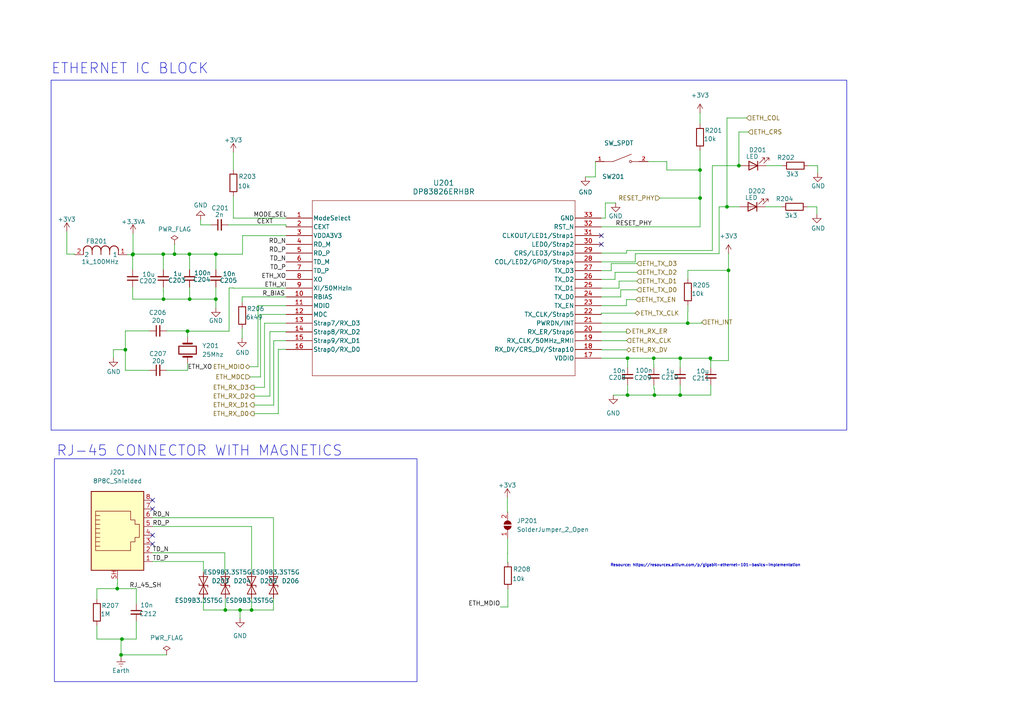
<source format=kicad_sch>
(kicad_sch (version 20231120) (generator "eeschema") (generator_version "8.0")
  (paper "A4")
  (title_block (title "Mixed Signal Board Project") (date "2024-06-24") (rev "V1.0") (company "open source") (comment 1 "this project for learning purposes"))
  (lib_symbols
    (symbol "2024-06-25_10-57-20:DP83826ERHBR" (pin_names (offset 0.254))
      (property "Reference" "U201" (at 45.72 10.2054 0))
      (property "Value" "DP83826ERHBR" (at 45.72 7.6654 0))
      (symbol "DP83826ERHBR_0_1"
        (polyline (pts (xy 7.62 -45.72) (xy 83.82 -45.72)) (stroke (width 0.127)))
        (polyline (pts (xy 7.62 5.08) (xy 7.62 -45.72)) (stroke (width 0.127)))
        (polyline (pts (xy 83.82 -45.72) (xy 83.82 5.08)) (stroke (width 0.127)))
        (polyline (pts (xy 83.82 5.08) (xy 7.62 5.08)) (stroke (width 0.127)))
        (pin unspecified line (at 0 0 0) (length 7.62) (name "ModeSelect") (number "1"))
        (pin unspecified line (at 0 -22.86 0) (length 7.62) (name "RBIAS") (number "10"))
        (pin unspecified line (at 0 -25.4 0) (length 7.62) (name "MDIO") (number "11"))
        (pin unspecified line (at 0 -27.94 0) (length 7.62) (name "MDC") (number "12"))
        (pin bidirectional line (at 0 -30.48 0) (length 7.62) (name "Strap7/RX_D3") (number "13"))
        (pin bidirectional line (at 0 -33.02 0) (length 7.62) (name "Strap8/RX_D2") (number "14"))
        (pin bidirectional line (at 0 -35.56 0) (length 7.62) (name "Strap9/RX_D1") (number "15"))
        (pin bidirectional line (at 0 -38.1 0) (length 7.62) (name "Strap0/RX_D0") (number "16"))
        (pin power_in line (at 91.44 -40.64 180) (length 7.62) (name "VDDIO") (number "17"))
        (pin unspecified line (at 91.44 -38.1 180) (length 7.62) (name "RX_DV/CRS_DV/Strap10") (number "18"))
        (pin unspecified line (at 91.44 -35.56 180) (length 7.62) (name "RX_CLK/50MHz_RMII") (number "19"))
        (pin unspecified line (at 0 -2.54 0) (length 7.62) (name "CEXT") (number "2"))
        (pin unspecified line (at 91.44 -33.02 180) (length 7.62) (name "RX_ER/Strap6") (number "20"))
        (pin unspecified line (at 91.44 -30.48 180) (length 7.62) (name "PWRDN/INT") (number "21"))
        (pin unspecified line (at 91.44 -27.94 180) (length 7.62) (name "TX_CLK/Strap5") (number "22"))
        (pin unspecified line (at 91.44 -25.4 180) (length 7.62) (name "TX_EN") (number "23"))
        (pin bidirectional line (at 91.44 -22.86 180) (length 7.62) (name "TX_D0") (number "24"))
        (pin bidirectional line (at 91.44 -20.32 180) (length 7.62) (name "TX_D1") (number "25"))
        (pin bidirectional line (at 91.44 -17.78 180) (length 7.62) (name "TX_D2") (number "26"))
        (pin bidirectional line (at 91.44 -15.24 180) (length 7.62) (name "TX_D3") (number "27"))
        (pin bidirectional line (at 91.44 -12.7 180) (length 7.62) (name "COL/LED2/GPIO/Strap4") (number "28"))
        (pin bidirectional line (at 91.44 -10.16 180) (length 7.62) (name "CRS/LED3/Strap3") (number "29"))
        (pin power_in line (at 0 -5.08 0) (length 7.62) (name "VDDA3V3") (number "3"))
        (pin bidirectional line (at 91.44 -7.62 180) (length 7.62) (name "LED0/Strap2") (number "30"))
        (pin bidirectional line (at 91.44 -5.08 180) (length 7.62) (name "CLKOUT/LED1/Strap1") (number "31"))
        (pin unspecified line (at 91.44 -2.54 180) (length 7.62) (name "RST_N") (number "32"))
        (pin unspecified line (at 0 -7.62 0) (length 7.62) (name "RD_M") (number "4"))
        (pin unspecified line (at 0 -10.16 0) (length 7.62) (name "RD_P") (number "5"))
        (pin unspecified line (at 0 -12.7 0) (length 7.62) (name "TD_M") (number "6"))
        (pin unspecified line (at 0 -15.24 0) (length 7.62) (name "TD_P") (number "7"))
        (pin unspecified line (at 0 -17.78 0) (length 7.62) (name "XO") (number "8"))
        (pin unspecified line (at 0 -20.32 0) (length 7.62) (name "XI/50MHzIn") (number "9"))
      )
      (symbol "DP83826ERHBR_1_1"
        (pin passive line (at 91.44 0 180) (length 7.62) (name "GND") (number "33"))
      )
    )
    (symbol "Connector:8P8C_Shielded" (pin_names (offset 1.016))
      (property "Reference" "J" (at -5.08 13.97 0))
      (property "Value" "8P8C_Shielded" (at 2.54 13.97 0))
      (symbol "8P8C_Shielded_0_1"
        (polyline (pts (xy -5.08 4.445) (xy -6.35 4.445)))
        (polyline (pts (xy -5.08 5.715) (xy -6.35 5.715)))
        (polyline (pts (xy -6.35 -3.175) (xy -5.08 -3.175) (xy -5.08 -3.175)))
        (polyline (pts (xy -6.35 -1.905) (xy -5.08 -1.905) (xy -5.08 -1.905)))
        (polyline (pts (xy -6.35 -0.635) (xy -5.08 -0.635) (xy -5.08 -0.635)))
        (polyline (pts (xy -6.35 0.635) (xy -5.08 0.635) (xy -5.08 0.635)))
        (polyline (pts (xy -6.35 1.905) (xy -5.08 1.905) (xy -5.08 1.905)))
        (polyline (pts (xy -5.08 3.175) (xy -6.35 3.175) (xy -6.35 3.175)))
        (polyline (pts (xy -6.35 -4.445) (xy -6.35 6.985) (xy 3.81 6.985) (xy 3.81 4.445) (xy 5.08 4.445) (xy 5.08 3.175) (xy 6.35 3.175) (xy 6.35 -0.635) (xy 5.08 -0.635) (xy 5.08 -1.905) (xy 3.81 -1.905) (xy 3.81 -4.445) (xy -6.35 -4.445) (xy -6.35 -4.445)))
        (rectangle (start 7.62 12.7) (end -7.62 -10.16) (stroke (width 0.254)) (fill (type background)))
      )
      (symbol "8P8C_Shielded_1_1"
        (pin passive line (at 10.16 -7.62 180) (length 2.54) (name "~") (number "1"))
        (pin passive line (at 10.16 -5.08 180) (length 2.54) (name "~") (number "2"))
        (pin passive line (at 10.16 -2.54 180) (length 2.54) (name "~") (number "3"))
        (pin passive line (at 10.16 0 180) (length 2.54) (name "~") (number "4"))
        (pin passive line (at 10.16 2.54 180) (length 2.54) (name "~") (number "5"))
        (pin passive line (at 10.16 5.08 180) (length 2.54) (name "~") (number "6"))
        (pin passive line (at 10.16 7.62 180) (length 2.54) (name "~") (number "7"))
        (pin passive line (at 10.16 10.16 180) (length 2.54) (name "~") (number "8"))
        (pin passive line (at 0 -12.7 90) (length 2.54) (name "~") (number "SH"))
      )
    )
    (symbol "Device:C_Small" (pin_numbers hide) (pin_names (offset 0.254) hide)
      (property "Reference" "C" (at 0.254 1.778 0))
      (property "Value" "C_Small" (at 0.254 -2.032 0))
      (symbol "C_Small_0_1"
        (polyline (pts (xy -1.524 -0.508) (xy 1.524 -0.508)) (stroke (width 0.3302)))
        (polyline (pts (xy -1.524 0.508) (xy 1.524 0.508)) (stroke (width 0.3048)))
      )
      (symbol "C_Small_1_1"
        (pin passive line (at 0 2.54 270) (length 2.032) (name "~") (number "1"))
        (pin passive line (at 0 -2.54 90) (length 2.032) (name "~") (number "2"))
      )
    )
    (symbol "Device:Crystal" (pin_numbers hide) (pin_names (offset 1.016) hide)
      (property "Reference" "Y" (at 0 3.81 0))
      (property "Value" "Crystal" (at 0 -3.81 0))
      (symbol "Crystal_0_1"
        (rectangle (start -1.143 2.54) (end 1.143 -2.54) (stroke (width 0.3048)))
        (polyline (pts (xy -2.54 0) (xy -1.905 0)))
        (polyline (pts (xy -1.905 -1.27) (xy -1.905 1.27)) (stroke (width 0.508)))
        (polyline (pts (xy 1.905 -1.27) (xy 1.905 1.27)) (stroke (width 0.508)))
        (polyline (pts (xy 2.54 0) (xy 1.905 0)))
      )
      (symbol "Crystal_1_1"
        (pin passive line (at -3.81 0 0) (length 1.27) (name "1") (number "1"))
        (pin passive line (at 3.81 0 180) (length 1.27) (name "2") (number "2"))
      )
    )
    (symbol "Device:LED" (pin_numbers hide) (pin_names (offset 1.016) hide)
      (property "Reference" "D" (at 0 2.54 0))
      (property "Value" "LED" (at 0 -2.54 0))
      (symbol "LED_0_1"
        (polyline (pts (xy -1.27 -1.27) (xy -1.27 1.27)) (stroke (width 0.254)))
        (polyline (pts (xy -1.27 0) (xy 1.27 0)))
        (polyline (pts (xy 1.27 -1.27) (xy 1.27 1.27) (xy -1.27 0) (xy 1.27 -1.27)) (stroke (width 0.254)))
        (polyline (pts (xy -3.048 -0.762) (xy -4.572 -2.286) (xy -3.81 -2.286) (xy -4.572 -2.286) (xy -4.572 -1.524)))
        (polyline (pts (xy -1.778 -0.762) (xy -3.302 -2.286) (xy -2.54 -2.286) (xy -3.302 -2.286) (xy -3.302 -1.524)))
      )
      (symbol "LED_1_1"
        (pin passive line (at -3.81 0 0) (length 2.54) (name "K") (number "1"))
        (pin passive line (at 3.81 0 180) (length 2.54) (name "A") (number "2"))
      )
    )
    (symbol "Device:R" (pin_numbers hide) (pin_names (offset 0))
      (property "Reference" "R" (at 2.032 0 90))
      (property "Value" "R" (at 0 0 90))
      (symbol "R_0_1"
        (rectangle (start -1.016 -2.54) (end 1.016 2.54) (stroke (width 0.254)))
      )
      (symbol "R_1_1"
        (pin passive line (at 0 3.81 270) (length 1.27) (name "~") (number "1"))
        (pin passive line (at 0 -3.81 90) (length 1.27) (name "~") (number "2"))
      )
    )
    (symbol "Diode:ESD9B3.3ST5G" (pin_numbers hide) (pin_names (offset 1.016) hide)
      (property "Reference" "D" (at 0 2.54 0))
      (property "Value" "ESD9B3.3ST5G" (at 0 -2.54 0))
      (symbol "ESD9B3.3ST5G_0_1"
        (polyline (pts (xy 1.27 0) (xy -1.27 0)))
        (polyline (pts (xy -2.54 -1.27) (xy 0 0) (xy -2.54 1.27) (xy -2.54 -1.27)) (stroke (width 0.2032)))
        (polyline (pts (xy 0.508 1.27) (xy 0 1.27) (xy 0 -1.27) (xy -0.508 -1.27)) (stroke (width 0.2032)))
        (polyline (pts (xy 2.54 1.27) (xy 2.54 -1.27) (xy 0 0) (xy 2.54 1.27)) (stroke (width 0.2032)))
      )
      (symbol "ESD9B3.3ST5G_1_1"
        (pin passive line (at -3.81 0 0) (length 2.54) (name "A1") (number "1"))
        (pin passive line (at 3.81 0 180) (length 2.54) (name "A2") (number "2"))
      )
    )
    (symbol "Jumper:SolderJumper_2_Open" (pin_names (offset 0) hide)
      (property "Reference" "JP" (at 0 2.032 0))
      (property "Value" "SolderJumper_2_Open" (at 0 -2.54 0))
      (symbol "SolderJumper_2_Open_0_1"
        (arc (start -0.254 1.016) (mid -1.2656 0) (end -0.254 -1.016))
        (arc (start -0.254 1.016) (mid -1.2656 0) (end -0.254 -1.016) (fill (type outline)))
        (polyline (pts (xy -0.254 1.016) (xy -0.254 -1.016)))
        (polyline (pts (xy 0.254 1.016) (xy 0.254 -1.016)))
        (arc (start 0.254 -1.016) (mid 1.2656 0) (end 0.254 1.016))
        (arc (start 0.254 -1.016) (mid 1.2656 0) (end 0.254 1.016) (fill (type outline)))
      )
      (symbol "SolderJumper_2_Open_1_1"
        (pin passive line (at -3.81 0 0) (length 2.54) (name "A") (number "1"))
        (pin passive line (at 3.81 0 180) (length 2.54) (name "B") (number "2"))
      )
    )
    (symbol "MPZ1608B471ATA00:MPZ1608B471ATA00" (pin_names (offset 0.254))
      (property "Reference" "L" (at 6.985 5.08 0))
      (property "Value" "MPZ1608B471ATA00" (at 6.985 -2.54 0))
      (symbol "MPZ1608B471ATA00_1_1"
        (polyline (pts (xy 2.54 0) (xy 2.54 1.27)) (stroke (width 0.2032)))
        (polyline (pts (xy 5.08 0) (xy 5.08 1.27)) (stroke (width 0.2032)))
        (polyline (pts (xy 7.62 0) (xy 7.62 1.27)) (stroke (width 0.2032)))
        (polyline (pts (xy 10.16 0) (xy 10.16 1.27)) (stroke (width 0.2032)))
        (polyline (pts (xy 12.7 0) (xy 12.7 1.27)) (stroke (width 0.2032)))
        (arc (start 5.08 1.27) (mid 3.81 2.5344) (end 2.54 1.27) (stroke (width 0.254)))
        (arc (start 7.62 1.27) (mid 6.35 2.5344) (end 5.08 1.27) (stroke (width 0.254)))
        (arc (start 10.16 1.27) (mid 8.89 2.5344) (end 7.62 1.27) (stroke (width 0.254)))
        (arc (start 12.7 1.27) (mid 11.43 2.5344) (end 10.16 1.27) (stroke (width 0.254)))
        (pin unspecified line (at 15.24 0 180) (length 2.54) (name "1") (number "1"))
        (pin unspecified line (at 0 0 0) (length 2.54) (name "2") (number "2"))
      )
      (symbol "MPZ1608B471ATA00_1_2"
        (arc (start -1.27 5.08) (mid -2.5344 3.81) (end -1.27 2.54) (stroke (width 0.254)))
        (arc (start -1.27 7.62) (mid -2.5344 6.35) (end -1.27 5.08) (stroke (width 0.254)))
        (arc (start -1.27 10.16) (mid -2.5344 8.89) (end -1.27 7.62) (stroke (width 0.254)))
        (arc (start -1.27 12.7) (mid -2.5344 11.43) (end -1.27 10.16) (stroke (width 0.254)))
        (polyline (pts (xy 0 2.54) (xy -1.27 2.54)) (stroke (width 0.2032)))
        (polyline (pts (xy 0 5.08) (xy -1.27 5.08)) (stroke (width 0.2032)))
        (polyline (pts (xy 0 7.62) (xy -1.27 7.62)) (stroke (width 0.2032)))
        (polyline (pts (xy 0 10.16) (xy -1.27 10.16)) (stroke (width 0.2032)))
        (polyline (pts (xy 0 12.7) (xy -1.27 12.7)) (stroke (width 0.2032)))
        (pin unspecified line (at 0 15.24 270) (length 2.54) (name "1") (number "1"))
        (pin unspecified line (at 0 0 90) (length 2.54) (name "2") (number "2"))
      )
    )
    (symbol "PTS636_SM43J_SMTR_LFS:PTS636_SM43J_SMTR_LFS" (pin_names (offset 1.016))
      (property "Reference" "S" (at -2.54 2.54 0))
      (property "Value" "PTS636_SM43J_SMTR_LFS" (at -2.54 -2.54 0))
      (symbol "PTS636_SM43J_SMTR_LFS_0_0"
        (polyline (pts (xy -2.54 0) (xy -5.08 0)) (stroke (width 0.1524)))
        (polyline (pts (xy -2.54 0) (xy 2.794 2.1336)) (stroke (width 0.1524)))
        (polyline (pts (xy 5.08 0) (xy 2.921 0)) (stroke (width 0.1524)))
        (circle (center 2.54 0) (radius 0.3302) (stroke (width 0.1524)))
        (pin passive line (at -7.62 0 0) (length 2.54) (name "~") (number "1"))
        (pin passive line (at 7.62 0 180) (length 2.54) (name "~") (number "2"))
      )
    )
    (symbol "power:+3.3VA" (power) (pin_names (offset 0))
      (property "Value" "+3.3VA" (at 0 3.556 0))
      (symbol "+3.3VA_0_1"
        (polyline (pts (xy -0.762 1.27) (xy 0 2.54)))
        (polyline (pts (xy 0 0) (xy 0 2.54)))
        (polyline (pts (xy 0 2.54) (xy 0.762 1.27)))
      )
      (symbol "+3.3VA_1_1"
        (pin power_in line (at 0 0 90) (length 0) hide (name "+3.3VA") (number "1"))
      )
    )
    (symbol "power:+3V3" (power) (pin_names (offset 0))
      (property "Value" "+3V3" (at 0 3.556 0))
      (symbol "+3V3_0_1"
        (polyline (pts (xy -0.762 1.27) (xy 0 2.54)))
        (polyline (pts (xy 0 0) (xy 0 2.54)))
        (polyline (pts (xy 0 2.54) (xy 0.762 1.27)))
      )
      (symbol "+3V3_1_1"
        (pin power_in line (at 0 0 90) (length 0) hide (name "+3V3") (number "1"))
      )
    )
    (symbol "power:Earth" (power) (pin_names (offset 0))
      (symbol "Earth_0_1"
        (polyline (pts (xy -0.635 -1.905) (xy 0.635 -1.905)))
        (polyline (pts (xy -0.127 -2.54) (xy 0.127 -2.54)))
        (polyline (pts (xy 0 -1.27) (xy 0 0)))
        (polyline (pts (xy 1.27 -1.27) (xy -1.27 -1.27)))
      )
      (symbol "Earth_1_1"
        (pin power_in line (at 0 0 270) (length 0) hide (name "Earth") (number "1"))
      )
    )
    (symbol "power:GND" (power) (pin_names (offset 0))
      (property "Value" "GND" (at 0 -3.81 0))
      (symbol "GND_0_1"
        (polyline (pts (xy 0 0) (xy 0 -1.27) (xy 1.27 -1.27) (xy 0 -2.54) (xy -1.27 -1.27) (xy 0 -1.27)))
      )
      (symbol "GND_1_1"
        (pin power_in line (at 0 0 270) (length 0) hide (name "GND") (number "1"))
      )
    )
    (symbol "power:PWR_FLAG" (power) (pin_numbers hide) (pin_names (offset 0) hide)
      (property "Value" "PWR_FLAG" (at 0 3.81 0))
      (symbol "PWR_FLAG_0_0"
        (pin power_out line (at 0 0 90) (length 0) (name "pwr") (number "1"))
      )
      (symbol "PWR_FLAG_0_1"
        (polyline (pts (xy 0 0) (xy 0 1.27) (xy -1.016 1.905) (xy 0 2.54) (xy 1.016 1.905) (xy 0 1.27)))
      )
    )
  )
  (junction (at 55.015 86.7644))
  (junction (at 189.6101 103.8961))
  (junction (at 203.0555 57.4437))
  (junction (at 34.0164 170.7292))
  (junction (at 47.3459 73.7123))
  (junction (at 38.5867 73.7123))
  (junction (at 38.4771 73.866))
  (junction (at 182.014 103.8961))
  (junction (at 189.8234 114.5967))
  (junction (at 36.3597 101.4333))
  (junction (at 50.6235 73.7123))
  (junction (at 35.3715 185.3545))
  (junction (at 197.272 114.5967))
  (junction (at 62.6071 86.7644))
  (junction (at 214.3104 48.0581))
  (junction (at 182.014 114.5967))
  (junction (at 199.4721 93.7361))
  (junction (at 197.2914 103.8961))
  (junction (at 62.6071 73.7274))
  (junction (at 47.4197 86.7644))
  (junction (at 54.4056 96.0488))
  (junction (at 72.9688 176.9368))
  (junction (at 203.0396 49.3098))
  (junction (at 69.6246 176.9368))
  (junction (at 35.109 189.9388))
  (junction (at 65.3526 176.9368))
  (junction (at 54.9413 73.7123))
  (junction (at 210.8555 59.9843))
  (junction (at 206.0397 103.8961))
  (junction (at 211.2928 78.4227))
  (no_connect (at 174.4123 68.3361))
  (no_connect (at 174.4123 70.8761))
  (no_connect (at 44.2362 147.6234))
  (no_connect (at 44.2362 155.2434))
  (no_connect (at 44.2362 157.7834))
  (no_connect (at 44.2362 145.0834))
  (wire (pts (xy 206.6087 48.0581) (xy 206.6087 72.6581)))
  (wire (pts (xy 73.7166 117.498) (xy 73.7166 117.4343)))
  (wire (pts (xy 197.2914 104.8972) (xy 197.2914 103.8961)))
  (wire (pts (xy 36.3597 101.4333) (xy 36.3597 107.4057)))
  (wire (pts (xy 181.7052 88.6561) (xy 174.4123 88.6561)))
  (wire (pts (xy 65.3526 176.9368) (xy 69.6246 176.9368)))
  (wire (pts (xy 199.4721 93.7361) (xy 203.5261 93.7361)))
  (wire (pts (xy 28.0967 185.3545) (xy 35.3715 185.3545)))
  (wire (pts (xy 67.6933 56.8607) (xy 67.6933 63.2561)))
  (wire (pts (xy 234.4928 48.0581) (xy 237.173 48.0581)))
  (wire (pts (xy 179.5545 83.5761) (xy 174.4123 83.5761)))
  (wire (pts (xy 65.3545 173.5765) (xy 65.3545 176.5271)))
  (wire (pts (xy 184.2557 73.5762) (xy 208.5726 73.5762)))
  (wire (pts (xy 82.9723 65.2187) (xy 82.9723 65.7961)))
  (wire (pts (xy 69.6246 176.9368) (xy 69.6246 179.3437)))
  (wire (pts (xy 62.6071 73.7274) (xy 62.6071 78.2232)))
  (wire (pts (xy 54.9413 74.8921) (xy 54.9413 73.7123)))
  (wire (pts (xy 216.5459 34.2175) (xy 210.8555 34.2175)))
  (wire (pts (xy 59.0045 173.5765) (xy 59.0045 176.9368)))
  (wire (pts (xy 181.7473 101.4667) (xy 174.4123 101.4667)))
  (wire (pts (xy 174.4123 75.9561) (xy 184.2557 75.9561)))
  (wire (pts (xy 55.015 86.7644) (xy 62.6071 86.7644)))
  (wire (pts (xy 182.032 106.5998) (xy 182.032 104.8972)))
  (wire (pts (xy 181.7282 96.2761) (xy 181.7282 96.0799)))
  (wire (pts (xy 74.8227 88.6561) (xy 82.9723 88.6561)))
  (wire (pts (xy 66.2367 65.2187) (xy 82.9723 65.2187)))
  (wire (pts (xy 181.7432 72.6581) (xy 181.7432 73.4161)))
  (wire (pts (xy 147.3112 170.7529) (xy 147.3112 176.0455)))
  (wire (pts (xy 197.2914 103.8961) (xy 206.0397 103.8961)))
  (wire (pts (xy 50.6235 73.7123) (xy 54.9413 73.7123)))
  (wire (pts (xy 179.5545 81.5266) (xy 179.5545 83.5761)))
  (wire (pts (xy 189.6101 103.8961) (xy 197.2914 103.8961)))
  (wire (pts (xy 197.272 114.5967) (xy 206.162 114.5967)))
  (wire (pts (xy 203.0396 49.3098) (xy 203.0555 49.3098)))
  (wire (pts (xy 197.272 111.6798) (xy 197.272 114.5967)))
  (wire (pts (xy 189.8234 112.7493) (xy 189.8234 114.5967)))
  (wire (pts (xy 69.6246 176.9368) (xy 72.9688 176.9368)))
  (wire (pts (xy 43.2995 95.9757) (xy 36.3597 95.9757)))
  (wire (pts (xy 210.8555 34.2175) (xy 210.8555 59.9843)))
  (wire (pts (xy 208.5726 59.9843) (xy 210.8555 59.9843)))
  (wire (pts (xy 35.109 185.4624) (xy 35.109 189.9388)))
  (wire (pts (xy 48.332 189.9388) (xy 35.109 189.9388)))
  (wire (pts (xy 47.4197 84.4785) (xy 47.4197 86.7644)))
  (wire (pts (xy 50.6235 70.8758) (xy 50.6235 73.7123)))
  (wire (pts (xy 80.7127 119.9743) (xy 73.7166 119.9743)))
  (wire (pts (xy 174.4123 101.4667) (xy 174.4123 101.3561)))
  (wire (pts (xy 72.9745 165.9565) (xy 72.9745 152.7034)))
  (wire (pts (xy 206.162 103.8961) (xy 206.162 106.5998)))
  (wire (pts (xy 58.1893 65.2187) (xy 58.1893 63.7189)))
  (wire (pts (xy 237.173 48.0581) (xy 237.173 50.1818)))
  (wire (pts (xy 189.652 105.836) (xy 189.6101 105.836)))
  (wire (pts (xy 184.7163 81.5266) (xy 179.5545 81.5266)))
  (wire (pts (xy 181.7052 86.8934) (xy 181.7052 88.6561)))
  (wire (pts (xy 199.5148 80.8668) (xy 199.5148 78.4227)))
  (wire (pts (xy 79.3969 117.498) (xy 73.7166 117.498)))
  (wire (pts (xy 35.109 189.9388) (xy 35.109 190.6874)))
  (wire (pts (xy 54.4056 95.9757) (xy 54.4056 96.0488)))
  (wire (pts (xy 34.0164 169.3158) (xy 34.0164 170.7292)))
  (wire (pts (xy 184.4091 86.8934) (xy 181.7052 86.8934)))
  (wire (pts (xy 181.7282 98.8161) (xy 181.7282 98.7683)))
  (wire (pts (xy 193.4012 46.8577) (xy 193.4012 49.3098)))
  (wire (pts (xy 47.3459 74.8184) (xy 47.3459 73.7123)))
  (wire (pts (xy 70.2392 95.3198) (xy 70.2392 98.0828)))
  (wire (pts (xy 48.3795 95.9757) (xy 54.4056 95.9757)))
  (wire (pts (xy 19.3749 73.6975) (xy 21.6528 73.6975)))
  (wire (pts (xy 178.3869 81.0361) (xy 174.4123 81.0361)))
  (wire (pts (xy 79.3245 150.1634) (xy 44.2362 150.1634)))
  (wire (pts (xy 72.9688 176.9368) (xy 79.3245 176.9368)))
  (wire (pts (xy 174.4123 98.8161) (xy 181.7282 98.8161)))
  (wire (pts (xy 54.9871 83.3032) (xy 54.9871 84.8472)))
  (wire (pts (xy 70.3501 68.3521) (xy 81.5787 68.3521)))
  (wire (pts (xy 197.272 104.8972) (xy 197.2914 104.8972)))
  (wire (pts (xy 65.3545 176.5271) (xy 65.3526 176.5271)))
  (wire (pts (xy 180.0461 84.0666) (xy 180.0461 86.1161)))
  (wire (pts (xy 147.1573 148.5169) (xy 147.2259 148.5169)))
  (wire (pts (xy 39.5267 170.7292) (xy 39.5267 175.067)))
  (wire (pts (xy 62.6071 86.7644) (xy 62.6071 89.326)))
  (wire (pts (xy 184.7163 76.4466) (xy 177.2808 76.4466)))
  (wire (pts (xy 28.0967 170.7292) (xy 34.0164 170.7292)))
  (wire (pts (xy 210.8555 59.9843) (xy 214.4256 59.9843)))
  (wire (pts (xy 48.3795 107.4057) (xy 54.4056 107.4057)))
  (wire (pts (xy 47.3671 78.2232) (xy 47.3671 74.8184)))
  (wire (pts (xy 203.0555 57.4437) (xy 203.0555 65.7961)))
  (wire (pts (xy 175.578 58.8758) (xy 178.5833 58.8758)))
  (wire (pts (xy 70.2392 98.0828) (xy 70.2044 98.0828)))
  (wire (pts (xy 35.3715 185.4624) (xy 35.3715 185.3545)))
  (wire (pts (xy 206.0397 104.5887) (xy 206.0397 103.8961)))
  (wire (pts (xy 38.5867 67.7353) (xy 38.5867 73.7123)))
  (wire (pts (xy 47.4197 86.7644) (xy 55.015 86.7644)))
  (wire (pts (xy 79.3245 165.9565) (xy 79.3245 150.1634)))
  (wire (pts (xy 80.7127 101.3174) (xy 80.7127 119.9743)))
  (wire (pts (xy 32.8939 103.7924) (xy 32.8939 101.4333)))
  (wire (pts (xy 189.652 112.7493) (xy 189.8234 112.7493)))
  (wire (pts (xy 47.3671 74.8184) (xy 47.3459 74.8184)))
  (wire (pts (xy 32.8939 101.4333) (xy 36.3597 101.4333)))
  (wire (pts (xy 203.0555 49.3098) (xy 203.0555 57.4437)))
  (wire (pts (xy 174.4123 96.2761) (xy 181.7282 96.2761)))
  (wire (pts (xy 36.8928 73.866) (xy 38.4771 73.866)))
  (wire (pts (xy 38.4771 73.866) (xy 38.4771 78.2232)))
  (wire (pts (xy 70.3501 68.3521) (xy 70.3501 73.7274)))
  (wire (pts (xy 81.5787 68.3361) (xy 82.9723 68.3361)))
  (wire (pts (xy 78.2886 114.8943) (xy 73.7166 114.8943)))
  (wire (pts (xy 184.2247 90.8262) (xy 174.4123 90.8262)))
  (wire (pts (xy 222.294 48.0581) (xy 226.8728 48.0581)))
  (wire (pts (xy 184.7163 84.0666) (xy 180.0461 84.0666)))
  (wire (pts (xy 34.0762 169.3158) (xy 34.0164 169.3158)))
  (wire (pts (xy 182.014 114.5967) (xy 177.8781 114.5967)))
  (wire (pts (xy 79.3969 98.8161) (xy 79.3969 117.498)))
  (wire (pts (xy 177.2808 76.4466) (xy 177.2808 78.4961)))
  (wire (pts (xy 54.9871 74.8921) (xy 54.9413 74.8921)))
  (wire (pts (xy 214.3104 48.0581) (xy 206.6087 48.0581)))
  (wire (pts (xy 67.7127 83.5213) (xy 66.4427 83.5213)))
  (wire (pts (xy 206.6087 72.6581) (xy 181.7432 72.6581)))
  (wire (pts (xy 38.4771 73.7123) (xy 38.4771 73.866)))
  (wire (pts (xy 73.7166 112.3475) (xy 76.7179 112.3475)))
  (wire (pts (xy 189.652 111.6798) (xy 189.652 112.7493)))
  (wire (pts (xy 234.2444 59.9843) (xy 236.9246 59.9843)))
  (wire (pts (xy 47.3671 83.3032) (xy 47.3671 84.4785)))
  (wire (pts (xy 177.2808 78.4961) (xy 174.4123 78.4961)))
  (wire (pts (xy 62.6071 83.3032) (xy 62.6071 86.7644)))
  (wire (pts (xy 35.3715 185.3545) (xy 39.5267 185.3545)))
  (wire (pts (xy 76.7179 112.3475) (xy 76.7179 93.7361)))
  (wire (pts (xy 182.014 113.0907) (xy 182.014 114.5967)))
  (wire (pts (xy 76.7179 93.7361) (xy 82.9723 93.7361)))
  (wire (pts (xy 193.4012 49.3098) (xy 203.0396 49.3098)))
  (wire (pts (xy 59.0045 176.9368) (xy 65.3526 176.9368)))
  (wire (pts (xy 189.8234 114.5967) (xy 182.014 114.5967)))
  (wire (pts (xy 206.162 111.6798) (xy 206.162 114.5967)))
  (wire (pts (xy 65.3526 176.5271) (xy 65.3526 176.9368)))
  (wire (pts (xy 211.2928 78.4227) (xy 211.2928 73.5558)))
  (wire (pts (xy 189.6101 105.836) (xy 189.6101 103.8961)))
  (wire (pts (xy 55.015 84.8472) (xy 55.015 86.7644)))
  (wire (pts (xy 82.9723 86.1161) (xy 70.2392 86.1161)))
  (wire (pts (xy 203.0396 43.6096) (xy 203.0396 49.3098)))
  (wire (pts (xy 172.7061 51.3078) (xy 169.791 51.3078)))
  (wire (pts (xy 72.463 106.3732) (xy 74.8227 106.3732)))
  (wire (pts (xy 36.3597 95.9757) (xy 36.3597 101.4333)))
  (wire (pts (xy 62.6071 73.7123) (xy 62.6071 73.7274)))
  (wire (pts (xy 211.2928 104.5887) (xy 206.0397 104.5887)))
  (wire (pts (xy 199.5148 88.4868) (xy 199.5148 90.4805)))
  (wire (pts (xy 199.5148 90.4805) (xy 199.4721 90.4805)))
  (wire (pts (xy 175.578 63.2561) (xy 175.578 58.8758)))
  (wire (pts (xy 34.0164 170.7292) (xy 39.5267 170.7292)))
  (wire (pts (xy 54.9871 78.2232) (xy 54.9871 74.8921)))
  (wire (pts (xy 38.5867 73.7123) (xy 47.3459 73.7123)))
  (wire (pts (xy 36.3597 107.4057) (xy 43.2995 107.4057)))
  (wire (pts (xy 65.3545 165.9565) (xy 65.206 165.9565)))
  (wire (pts (xy 28.0967 173.797) (xy 28.0967 170.7292)))
  (wire (pts (xy 82.9723 96.2761) (xy 82.9723 96.1965)))
  (wire (pts (xy 211.2928 104.5887) (xy 211.2928 78.4227)))
  (wire (pts (xy 174.4123 103.8961) (xy 182.014 103.8961)))
  (wire (pts (xy 147.1957 160.5586) (xy 147.1957 163.1329)))
  (wire (pts (xy 82.9723 101.3174) (xy 80.7127 101.3174)))
  (wire (pts (xy 81.5787 68.3521) (xy 81.5787 68.3361)))
  (wire (pts (xy 236.9246 59.9843) (xy 236.9246 62.108)))
  (wire (pts (xy 47.3459 73.7123) (xy 50.6235 73.7123)))
  (wire (pts (xy 197.272 106.5998) (xy 197.272 104.8972)))
  (wire (pts (xy 72.9745 176.5864) (xy 72.9688 176.5864)))
  (wire (pts (xy 189.652 106.5998) (xy 189.652 105.836)))
  (wire (pts (xy 39.5267 185.3545) (xy 39.5267 180.147)))
  (wire (pts (xy 72.9688 176.5864) (xy 72.9688 176.9368)))
  (wire (pts (xy 208.5726 73.5762) (xy 208.5726 59.9843)))
  (wire (pts (xy 180.0461 86.1161) (xy 174.4123 86.1161)))
  (wire (pts (xy 174.4123 63.2561) (xy 175.578 63.2561)))
  (wire (pts (xy 21.6528 73.6975) (xy 21.6528 73.866)))
  (wire (pts (xy 47.3671 84.4785) (xy 47.4197 84.4785)))
  (wire (pts (xy 72.9745 173.5765) (xy 72.9745 176.5864)))
  (wire (pts (xy 184.7163 78.9866) (xy 178.3869 78.9866)))
  (wire (pts (xy 59.0045 162.8634) (xy 44.2362 162.8634)))
  (wire (pts (xy 67.6933 44.1607) (xy 67.6933 49.2407)))
  (wire (pts (xy 54.4056 107.4057) (xy 54.4056 105.3704)))
  (wire (pts (xy 66.4427 83.5213) (xy 66.4427 96.0488)))
  (wire (pts (xy 34.0762 167.9434) (xy 34.0762 169.3158)))
  (wire (pts (xy 172.7061 46.8577) (xy 172.7061 51.3078)))
  (wire (pts (xy 178.3869 78.9866) (xy 178.3869 81.0361)))
  (wire (pts (xy 182.032 111.6798) (xy 182.032 113.0907)))
  (wire (pts (xy 61.1567 65.2187) (xy 58.1893 65.2187)))
  (wire (pts (xy 203.0396 32.7254) (xy 203.0396 35.9896)))
  (wire (pts (xy 199.4721 90.4805) (xy 199.4721 93.7361)))
  (wire (pts (xy 181.7432 73.4161) (xy 174.4123 73.4161)))
  (wire (pts (xy 19.3749 73.6975) (xy 19.3749 67.1499)))
  (wire (pts (xy 147.1957 160.5586) (xy 147.2259 160.5586)))
  (wire (pts (xy 78.2886 96.1965) (xy 78.2886 114.8943)))
  (wire (pts (xy 147.1573 144.2788) (xy 147.1573 148.5169)))
  (wire (pts (xy 182.032 104.8972) (xy 182.014 104.8972)))
  (wire (pts (xy 147.3112 176.0455) (xy 145.0925 176.0455)))
  (wire (pts (xy 66.4427 96.0488) (xy 54.4056 96.0488)))
  (wire (pts (xy 147.1957 163.1329) (xy 147.3112 163.1329)))
  (wire (pts (xy 59.0045 165.9565) (xy 59.0045 162.8634)))
  (wire (pts (xy 38.4771 83.3032) (xy 38.4771 86.7644)))
  (wire (pts (xy 217.054 38.2821) (xy 214.3104 38.2821)))
  (wire (pts (xy 214.3104 38.2821) (xy 214.3104 48.0581)))
  (wire (pts (xy 189.8234 114.5967) (xy 197.272 114.5967)))
  (wire (pts (xy 147.2259 156.1369) (xy 147.2259 160.5586)))
  (wire (pts (xy 65.206 160.3234) (xy 44.2362 160.3234)))
  (wire (pts (xy 206.0397 103.8961) (xy 206.162 103.8961)))
  (wire (pts (xy 74.8227 106.3732) (xy 74.8227 88.6561)))
  (wire (pts (xy 182.032 113.0907) (xy 182.014 113.0907)))
  (wire (pts (xy 203.5261 93.7361) (xy 203.5261 93.4341)))
  (wire (pts (xy 72.5368 109.3228) (xy 75.5601 109.3228)))
  (wire (pts (xy 67.7127 83.5761) (xy 82.9723 83.5761)))
  (wire (pts (xy 187.9461 46.8577) (xy 193.4012 46.8577)))
  (wire (pts (xy 79.3245 176.9368) (xy 79.3245 173.5765)))
  (wire (pts (xy 82.9723 98.8161) (xy 79.3969 98.8161)))
  (wire (pts (xy 35.109 185.4624) (xy 35.3715 185.4624)))
  (wire (pts (xy 182.014 103.8961) (xy 189.6101 103.8961)))
  (wire (pts (xy 191.3558 57.4437) (xy 203.0555 57.4437)))
  (wire (pts (xy 65.206 165.9565) (xy 65.206 160.3234)))
  (wire (pts (xy 82.9723 101.3561) (xy 82.9723 101.3174)))
  (wire (pts (xy 70.2392 86.1161) (xy 70.2392 87.6998)))
  (wire (pts (xy 75.5601 91.1961) (xy 82.9723 91.1961)))
  (wire (pts (xy 184.2557 75.9561) (xy 184.2557 73.5762)))
  (wire (pts (xy 70.3501 73.7274) (xy 62.6071 73.7274)))
  (wire (pts (xy 28.0967 181.417) (xy 28.0967 185.3545)))
  (wire (pts (xy 54.9871 84.8472) (xy 55.015 84.8472)))
  (wire (pts (xy 82.9723 96.1965) (xy 78.2886 96.1965)))
  (wire (pts (xy 67.7127 83.5213) (xy 67.7127 83.5761)))
  (wire (pts (xy 174.4123 93.7361) (xy 199.4721 93.7361)))
  (wire (pts (xy 38.4771 73.7123) (xy 38.5867 73.7123)))
  (wire (pts (xy 44.2362 152.7034) (xy 72.9745 152.7034)))
  (wire (pts (xy 54.4056 96.0488) (xy 54.4056 97.7504)))
  (wire (pts (xy 174.4123 90.8262) (xy 174.4123 91.1961)))
  (wire (pts (xy 73.7166 112.3543) (xy 73.7166 112.3475)))
  (wire (pts (xy 214.674 48.0581) (xy 214.3104 48.0581)))
  (wire (pts (xy 182.014 104.8972) (xy 182.014 103.8961)))
  (wire (pts (xy 38.4771 86.7644) (xy 47.4197 86.7644)))
  (wire (pts (xy 54.9413 73.7123) (xy 62.6071 73.7123)))
  (wire (pts (xy 222.0456 59.9843) (xy 226.6244 59.9843)))
  (wire (pts (xy 75.5601 109.3228) (xy 75.5601 91.1961)))
  (wire (pts (xy 82.9723 63.2561) (xy 67.6933 63.2561)))
  (wire (pts (xy 199.5148 78.4227) (xy 211.2928 78.4227)))
  (wire (pts (xy 174.4123 65.7961) (xy 203.0555 65.7961)))
  (rectangle (start 15.7807 133.059) (end 120.9535 197.7034))
  (rectangle (start 14.8209 23.2549) (end 245.5981 124.7433))
  (text "ETHERNET IC BLOCK" (at 37.706 20.0073 0) (effects (font (size 3 3))))
  (text "Resource: https://resources.altium.com/p/gigabit-ethernet-101-basics-implementation" (at 204.6213 164.0392 0) (effects (font (size 0.8 0.8))))
  (text "RJ-45 CONNECTOR WITH MAGNETICS" (at 57.8647 130.8803 0) (effects (font (size 3 3))))
  (label "ETH_XI" (at 76.7108 83.5761 0))
  (label "TD_P" (at 82.9723 78.4961 180))
  (label "TD_N" (at 44.2362 160.3234 0))
  (label "CEXT" (at 74.4404 65.2187 0))
  (label "MODE_SEL" (at 73.5168 63.2561 0))
  (label "RD_P" (at 82.9723 73.4161 180))
  (label "ETH_MDIO" (at 145.0925 176.0455 180))
  (label "RD_N" (at 82.9723 70.8761 180))
  (label "ETH_XO" (at 54.4056 107.4057 0))
  (label "TD_P" (at 44.2362 162.8634 0))
  (label "RD_N" (at 44.2362 150.1634 0))
  (label "R_BIAS" (at 76.0682 86.1161 0))
  (label "ETH_XO" (at 82.9723 81.0361 180))
  (label "RD_P" (at 44.2362 152.7034 0))
  (label "RJ_45_SH" (at 37.531 170.7292 0))
  (label "RESET_PHY" (at 178.5002 65.7961 0))
  (label "TD_N" (at 82.9723 75.9561 180))
  (hierarchical_label "ETH_MDIO" (shape bidirectional) (at 72.463 106.3732 180))
  (hierarchical_label "ETH_RX_DV" (shape bidirectional) (at 181.7473 101.4667 0))
  (hierarchical_label "ETH_RX_ER" (shape output) (at 181.7282 96.0799 0))
  (hierarchical_label "ETH_COL" (shape input) (at 216.5459 34.2175 0))
  (hierarchical_label "ETH_TX_D3" (shape input) (at 184.7163 76.4466 0))
  (hierarchical_label "ETH_INT" (shape input) (at 203.5261 93.4341 0))
  (hierarchical_label "ETH_TX_D0" (shape input) (at 184.7163 84.0666 0))
  (hierarchical_label "ETH_RX_D3" (shape output) (at 73.7166 112.3543 180))
  (hierarchical_label "ETH_RX_D1" (shape output) (at 73.7166 117.4343 180))
  (hierarchical_label "ETH_TX_EN" (shape input) (at 184.4091 86.8934 0))
  (hierarchical_label "ETH_RX_D0" (shape output) (at 73.7166 119.9743 180))
  (hierarchical_label "ETH_RX_D2" (shape output) (at 73.7166 114.8943 180))
  (hierarchical_label "ETH_CRS" (shape input) (at 217.054 38.2821 0))
  (hierarchical_label "RESET_PHY" (shape input) (at 191.3558 57.4437 180))
  (hierarchical_label "ETH_TX_D1" (shape input) (at 184.7163 81.5266 0))
  (hierarchical_label "ETH_MDC" (shape input) (at 72.5368 109.3228 180))
  (hierarchical_label "ETH_TX_D2" (shape input) (at 184.7163 78.9866 0))
  (hierarchical_label "ETH_RX_CLK" (shape input) (at 181.7282 98.7683 0))
  (hierarchical_label "ETH_TX_CLK" (shape bidirectional) (at 184.2247 90.8262 0))
  (symbol (lib_id "power:+3V3") (at 203.0396 32.7254 0) (unit 1)
    (property "Reference" "#PWR0201" (effects (hide yes)))
    (property "Value" "+3V3" (at 203.0396 27.6454 0))
    (property "Description" "Power symbol creates a global label with name \"+3V3\"" (effects (hide yes)))
  )
  (symbol (lib_id "power:GND") (at 237.173 50.1818 0) (unit 1)
    (property "Reference" "#PWR0204" (effects (hide yes)))
    (property "Value" "GND" (at 237.2947 53.9599 0))
    (property "Description" "Power symbol creates a global label with name \"GND\" , ground" (effects (hide yes)))
  )
  (symbol (lib_id "Device:C_Small") (at 38.4771 80.7632 180) (unit 1)
    (property "Reference" "C202" (at 42.8851 81.4959 0))
    (property "Value" "10u" (at 43.1063 79.5786 0))
    (property "Footprint" "Capacitor_SMD:C_0805_2012Metric" (effects (hide yes)))
    (property "Description" "Unpolarized capacitor, small symbol" (effects (hide yes)))
  )
  (symbol (lib_id "Device:R") (at 28.0967 177.607 0) (unit 1)
    (property "Reference" "R207" (at 29.4356 175.6574 0) (effects (justify left)))
    (property "Value" "1M" (at 29.1407 178.0909 0) (effects (justify left)))
    (property "Footprint" "Resistor_SMD:R_0805_2012Metric_Pad1.20x1.40mm_HandSolder" (effects (hide yes)))
    (property "Description" "Resistor" (effects (hide yes)))
  )
  (symbol (lib_id "power:GND") (at 177.8781 114.5967 0) (unit 1)
    (property "Reference" "#PWR0213" (effects (hide yes)))
    (property "Value" "GND" (at 177.8781 119.8287 0))
    (property "Description" "Power symbol creates a global label with name \"GND\" , ground" (effects (hide yes)))
  )
  (symbol (lib_id "power:GND") (at 236.9246 62.108 0) (unit 1)
    (property "Reference" "#PWR0205" (effects (hide yes)))
    (property "Value" "GND" (at 237.2947 66.2206 0))
    (property "Description" "Power symbol creates a global label with name \"GND\" , ground" (effects (hide yes)))
  )
  (symbol (lib_id "Device:C_Small") (at 63.6967 65.2187 90) (unit 1)
    (property "Reference" "C201" (at 63.8442 60.3518 90))
    (property "Value" "2n" (at 63.623 62.2691 90))
    (property "Footprint" "Capacitor_SMD:C_0805_2012Metric" (effects (hide yes)))
    (property "Description" "Unpolarized capacitor, small symbol" (effects (hide yes)))
  )
  (symbol (lib_id "Device:Crystal") (at 54.4056 101.5604 90) (unit 1)
    (property "Reference" "Y201" (at 58.6167 100.2903 90) (effects (justify right)))
    (property "Value" "25Mhz " (at 58.6167 102.8303 90) (effects (justify right)))
    (property "Footprint" "Crystal:Crystal_SMD_HC49-SD" (effects (hide yes)))
    (property "Description" "Two pin crystal" (effects (hide yes)))
  )
  (symbol (lib_id "Diode:ESD9B3.3ST5G") (at 65.3545 169.7665 90) (unit 1)
    (property "Reference" "D204" (at 67.7253 168.4964 90) (effects (justify right)))
    (property "Value" "ESD9B3.3ST5G" (at 59.0045 165.9565 90) (effects (justify right)))
    (property "Footprint" "Diode_SMD:D_SOD-923" (effects (hide yes)))
    (property "Datasheet" "https://www.onsemi.com/pub/Collateral/ESD9B-D.PDF" (effects (hide yes)))
    (property "Description" "ESD protection diode, 3.3Vrwm, SOD-923" (effects (hide yes)))
  )
  (symbol (lib_id "PTS636_SM43J_SMTR_LFS:PTS636_SM43J_SMTR_LFS") (at 180.3261 46.8577 0) (unit 1)
    (property "Reference" "SW201" (at 181.1435 51.217 0) (effects (justify right)))
    (property "Value" "SW_SPDT" (at 183.7773 41.4993 0) (effects (justify right)))
    (property "Footprint" "Button_Switch_SMD:SW_SPST_B3U-1000P" (effects (hide yes)))
    (property "MF" "C&K" (effects (hide yes)))
    (property "MAXIMUM_PACKAGE_HEIGHT" "4.3 mm" (effects (hide yes)))
    (property "Package" "None" (effects (hide yes)))
    (property "Price" "None" (effects (hide yes)))
    (property "Check_prices" "https://www.snapeda.com/parts/PTS636%20SM43J%20SMTR%20LFS/C%2526K/view-part/?ref=eda" (effects (hide yes)))
    (property "STANDARD" "Manufacturer Recommendations" (effects (hide yes)))
    (property "PARTREV" "27 mar 19" (effects (hide yes)))
    (property "SnapEDA_Link" "https://www.snapeda.com/parts/PTS636%20SM43J%20SMTR%20LFS/C%2526K/view-part/?ref=snap" (effects (hide yes)))
    (property "MP" "PTS636 SM43J SMTR LFS" (effects (hide yes)))
    (property "Description_1" "\nTactile Switch SPST-NO Top Actuated Surface Mount\n" (effects (hide yes)))
    (property "Availability" "In Stock" (effects (hide yes)))
    (property "MANUFACTURER" "C&K" (effects (hide yes)))
  )
  (symbol (lib_id "power:+3V3") (at 19.3749 67.1499 0) (unit 1)
    (property "Reference" "#PWR0207" (effects (hide yes)))
    (property "Value" "+3V3" (at 19.3216 63.6165 0))
    (property "Description" "Power symbol creates a global label with name \"+3V3\"" (effects (hide yes)))
  )
  (symbol (lib_id "Device:R") (at 147.3112 166.9429 0) (unit 1)
    (property "Reference" "R208" (at 148.7869 165.0976 0) (effects (justify left)))
    (property "Value" "10k" (at 148.582 167.8629 0) (effects (justify left)))
    (property "Footprint" "Resistor_SMD:R_0805_2012Metric_Pad1.20x1.40mm_HandSolder" (effects (hide yes)))
    (property "Description" "Resistor" (effects (hide yes)))
  )
  (symbol (lib_id "Device:R") (at 230.6828 48.0581 90) (unit 1)
    (property "Reference" "R202" (at 230.4832 45.6953 90) (effects (justify left)))
    (property "Value" "3k3" (at 231.6639 50.5087 90) (effects (justify left)))
    (property "Footprint" "Resistor_SMD:R_0805_2012Metric_Pad1.20x1.40mm_HandSolder" (effects (hide yes)))
    (property "Description" "Resistor" (effects (hide yes)))
  )
  (symbol (lib_id "Device:C_Small") (at 45.8395 107.4057 90) (unit 1)
    (property "Reference" "C207" (at 45.7986 102.6125 90))
    (property "Value" "20p" (at 45.946 104.6773 90))
    (property "Footprint" "Capacitor_SMD:C_0805_2012Metric" (effects (hide yes)))
    (property "Description" "Unpolarized capacitor, small symbol" (effects (hide yes)))
  )
  (symbol (lib_id "power:Earth") (at 35.109 190.6874 0) (unit 1)
    (property "Reference" "#PWR0215" (effects (hide yes)))
    (property "Value" "Earth" (at 35.109 194.4974 0))
    (property "Description" "Power symbol creates a global label with name \"Earth\"" (effects (hide yes)))
  )
  (symbol (lib_id "power:+3V3") (at 147.1573 144.2788 0) (unit 1)
    (property "Reference" "#PWR0409" (effects (hide yes)))
    (property "Value" "+3V3" (at 147.104 140.7454 0))
    (property "Description" "Power symbol creates a global label with name \"+3V3\"" (effects (hide yes)))
  )
  (symbol (lib_id "power:PWR_FLAG") (at 48.332 189.9388 0) (unit 1)
    (property "Reference" "#FLG0401" (effects (hide yes)))
    (property "Value" "PWR_FLAG" (at 48.332 185.0065 0))
    (property "Description" "Special symbol for telling ERC where power comes from" (effects (hide yes)))
  )
  (symbol (lib_id "power:GND") (at 69.6246 179.3437 0) (unit 1)
    (property "Reference" "#PWR0214" (effects (hide yes)))
    (property "Value" "GND" (at 69.6246 184.4237 0))
    (property "Description" "Power symbol creates a global label with name \"GND\" , ground" (effects (hide yes)))
  )
  (symbol (lib_id "Device:C_Small") (at 206.162 109.1398 0) (unit 1)
    (property "Reference" "C211" (at 203.2658 109.6767 0))
    (property "Value" "10u" (at 203.8206 107.671 0))
    (property "Footprint" "Capacitor_SMD:C_0805_2012Metric" (effects (hide yes)))
    (property "Description" "Unpolarized capacitor, small symbol" (effects (hide yes)))
  )
  (symbol (lib_id "Device:LED") (at 218.2356 59.9843 180) (unit 1)
    (property "Reference" "D202" (at 219.5099 55.4187 0))
    (property "Value" "LED" (at 217.9121 57.3237 0))
    (property "Footprint" "LED_SMD:LED_0805_2012Metric" (effects (hide yes)))
    (property "Description" "Light emitting diode" (effects (hide yes)))
  )
  (symbol (lib_id "power:+3V3") (at 211.2928 73.5558 0) (unit 1)
    (property "Reference" "#PWR0209" (effects (hide yes)))
    (property "Value" "+3V3" (at 211.2928 68.4758 0))
    (property "Description" "Power symbol creates a global label with name \"+3V3\"" (effects (hide yes)))
  )
  (symbol (lib_id "Diode:ESD9B3.3ST5G") (at 79.3245 169.7665 90) (unit 1)
    (property "Reference" "D206" (at 81.6953 168.4964 90) (effects (justify right)))
    (property "Value" "ESD9B3.3ST5G" (at 72.9745 165.9565 90) (effects (justify right)))
    (property "Footprint" "Diode_SMD:D_SOD-923" (effects (hide yes)))
    (property "Datasheet" "https://www.onsemi.com/pub/Collateral/ESD9B-D.PDF" (effects (hide yes)))
    (property "Description" "ESD protection diode, 3.3Vrwm, SOD-923" (effects (hide yes)))
  )
  (symbol (lib_id "Device:R") (at 70.2392 91.5098 0) (unit 1)
    (property "Reference" "R206" (at 71.5781 89.5602 0) (effects (justify left)))
    (property "Value" "6k49" (at 71.2832 91.9937 0) (effects (justify left)))
    (property "Footprint" "Resistor_SMD:R_0805_2012Metric_Pad1.20x1.40mm_HandSolder" (effects (hide yes)))
    (property "Description" "Resistor" (effects (hide yes)))
  )
  (symbol (lib_id "Connector:8P8C_Shielded") (at 34.0762 155.2434 0) (unit 1)
    (property "Reference" "J201" (at 34.0762 136.967 0))
    (property "Value" "8P8C_Shielded" (at 34.0762 139.507 0))
    (property "Footprint" "Connector_RJ:RJ45_Amphenol_RJHSE538X" (effects (hide yes)))
    (property "Description" "RJ connector, 8P8C (8 positions 8 connected), RJ31/RJ32/RJ33/RJ34/RJ35/RJ41/RJ45/RJ49/RJ61, Shielded" (effects (hide yes)))
  )
  (symbol (lib_id "power:GND") (at 62.6071 89.326 0) (unit 1)
    (property "Reference" "#PWR0210" (effects (hide yes)))
    (property "Value" "GND" (at 62.6126 92.9933 0))
    (property "Description" "Power symbol creates a global label with name \"GND\" , ground" (effects (hide yes)))
  )
  (symbol (lib_id "Device:C_Small") (at 47.3671 80.7632 180) (unit 1)
    (property "Reference" "C203" (at 51.2944 81.3207 0))
    (property "Value" "1u" (at 51.5156 79.4034 0))
    (property "Footprint" "Capacitor_SMD:C_0805_2012Metric" (effects (hide yes)))
    (property "Description" "Unpolarized capacitor, small symbol" (effects (hide yes)))
  )
  (symbol (lib_id "Device:R") (at 203.0396 39.7996 0) (unit 1)
    (property "Reference" "R201" (at 204.3785 37.85 0) (effects (justify left)))
    (property "Value" "10k" (at 204.0836 40.2835 0) (effects (justify left)))
    (property "Footprint" "Resistor_SMD:R_0805_2012Metric_Pad1.20x1.40mm_HandSolder" (effects (hide yes)))
    (property "Description" "Resistor" (effects (hide yes)))
  )
  (symbol (lib_id "Device:LED") (at 218.484 48.0581 180) (unit 1)
    (property "Reference" "D201" (at 219.7583 43.4925 0))
    (property "Value" "LED" (at 218.1605 45.3975 0))
    (property "Footprint" "LED_SMD:LED_0805_2012Metric" (effects (hide yes)))
    (property "Description" "Light emitting diode" (effects (hide yes)))
  )
  (symbol (lib_id "Device:C_Small") (at 189.652 109.1398 0) (unit 1)
    (property "Reference" "C209" (at 186.4522 109.5487 0))
    (property "Value" "100n" (at 186.7509 107.4577 0))
    (property "Footprint" "Capacitor_SMD:C_0805_2012Metric" (effects (hide yes)))
    (property "Description" "Unpolarized capacitor, small symbol" (effects (hide yes)))
  )
  (symbol (lib_id "Device:C_Small") (at 197.272 109.1398 0) (unit 1)
    (property "Reference" "C210" (at 194.2616 109.4207 0))
    (property "Value" "1u" (at 194.3469 107.6284 0))
    (property "Footprint" "Capacitor_SMD:C_0805_2012Metric" (effects (hide yes)))
    (property "Description" "Unpolarized capacitor, small symbol" (effects (hide yes)))
  )
  (symbol (lib_id "Jumper:SolderJumper_2_Open") (at 147.2259 152.3269 90) (unit 1)
    (property "Reference" "JP201" (at 149.86 151.0568 90) (effects (justify right)))
    (property "Value" "SolderJumper_2_Open" (at 149.86 153.5968 90) (effects (justify right)))
    (property "Footprint" "Jumper:SolderJumper-2_P1.3mm_Open_RoundedPad1.0x1.5mm" (effects (hide yes)))
    (property "Description" "Solder Jumper, 2-pole, open" (effects (hide yes)))
  )
  (symbol (lib_id "power:GND") (at 70.2044 98.0828 0) (unit 1)
    (property "Reference" "#PWR0211" (effects (hide yes)))
    (property "Value" "GND" (at 70.3324 102.2649 0))
    (property "Description" "Power symbol creates a global label with name \"GND\" , ground" (effects (hide yes)))
  )
  (symbol (lib_id "power:GND") (at 178.5833 58.8758 0) (unit 1)
    (property "Reference" "#PWR0404" (effects (hide yes)))
    (property "Value" "GND" (at 178.5457 62.6699 0))
    (property "Description" "Power symbol creates a global label with name \"GND\" , ground" (effects (hide yes)))
  )
  (symbol (lib_id "MPZ1608B471ATA00:MPZ1608B471ATA00") (at 21.6528 73.866 0) (unit 1)
    (property "Reference" "FB201" (at 28.0199 69.9636 0))
    (property "Value" "1k_100MHz" (at 29.0468 75.9199 0))
    (property "Footprint" "footprints:IND_1608_TDK" (effects (hide yes)))
    (property "Datasheet" "MPZ1608B471ATA00" (effects (hide yes)))
    (property "Description" "Ferrite bead, small symbol" (effects (hide yes)))
  )
  (symbol (lib_id "Device:C_Small") (at 39.5267 177.607 0) (unit 1)
    (property "Reference" "C212" (at 42.9065 178.0372 0))
    (property "Value" "10n" (at 42.5378 175.5177 0))
    (property "Footprint" "Capacitor_THT:C_Disc_D3.8mm_W2.6mm_P2.50mm" (effects (hide yes)))
    (property "Description" "Unpolarized capacitor, small symbol" (effects (hide yes)))
  )
  (symbol (lib_id "Diode:ESD9B3.3ST5G") (at 72.9745 169.7665 90) (unit 1)
    (property "Reference" "D205" (at 75.3453 168.4964 90) (effects (justify right)))
    (property "Value" "ESD9B3.3ST5G" (at 65.3545 174.1552 90) (effects (justify right)))
    (property "Footprint" "Diode_SMD:D_SOD-923" (effects (hide yes)))
    (property "Datasheet" "https://www.onsemi.com/pub/Collateral/ESD9B-D.PDF" (effects (hide yes)))
    (property "Description" "ESD protection diode, 3.3Vrwm, SOD-923" (effects (hide yes)))
  )
  (symbol (lib_id "Device:R") (at 67.6933 53.0507 0) (unit 1)
    (property "Reference" "R203" (at 69.169 51.2054 0) (effects (justify left)))
    (property "Value" "10k" (at 68.9641 53.9707 0) (effects (justify left)))
    (property "Footprint" "Resistor_SMD:R_0805_2012Metric_Pad1.20x1.40mm_HandSolder" (effects (hide yes)))
    (property "Description" "Resistor" (effects (hide yes)))
  )
  (symbol (lib_id "Device:C_Small") (at 45.8395 95.9757 90) (unit 1)
    (property "Reference" "C206" (at 45.7248 90.6664 90))
    (property "Value" "20p" (at 45.8723 92.9524 90))
    (property "Footprint" "Capacitor_SMD:C_0805_2012Metric" (effects (hide yes)))
    (property "Description" "Unpolarized capacitor, small symbol" (effects (hide yes)))
  )
  (symbol (lib_id "Device:C_Small") (at 62.6071 80.7632 180) (unit 1)
    (property "Reference" "C205" (at 66.2506 81.3487 0))
    (property "Value" "10n" (at 66.4718 79.4314 0))
    (property "Footprint" "Capacitor_SMD:C_0805_2012Metric" (effects (hide yes)))
    (property "Description" "Unpolarized capacitor, small symbol" (effects (hide yes)))
  )
  (symbol (lib_id "Device:R") (at 199.5148 84.6768 0) (unit 1)
    (property "Reference" "R205" (at 200.8537 82.7272 0) (effects (justify left)))
    (property "Value" "10k" (at 200.5588 85.1607 0) (effects (justify left)))
    (property "Footprint" "Resistor_SMD:R_0805_2012Metric_Pad1.20x1.40mm_HandSolder" (effects (hide yes)))
    (property "Description" "Resistor" (effects (hide yes)))
  )
  (symbol (lib_id "Device:R") (at 230.4344 59.9843 90) (unit 1)
    (property "Reference" "R204" (at 230.1199 57.6835 90) (effects (justify left)))
    (property "Value" "3k3" (at 231.3006 62.497 90) (effects (justify left)))
    (property "Footprint" "Resistor_SMD:R_0805_2012Metric_Pad1.20x1.40mm_HandSolder" (effects (hide yes)))
    (property "Description" "Resistor" (effects (hide yes)))
  )
  (symbol (lib_id "power:GND") (at 58.1893 63.7189 180) (unit 1)
    (property "Reference" "#PWR0206" (effects (hide yes)))
    (property "Value" "GND" (at 58.1893 59.5241 0))
    (property "Description" "Power symbol creates a global label with name \"GND\" , ground" (effects (hide yes)))
  )
  (symbol (lib_id "Device:C_Small") (at 54.9871 80.7632 180) (unit 1)
    (property "Reference" "C204" (at 58.5189 81.0919 0))
    (property "Value" "100n" (at 58.7401 79.1746 0))
    (property "Footprint" "Capacitor_SMD:C_0805_2012Metric" (effects (hide yes)))
    (property "Description" "Unpolarized capacitor, small symbol" (effects (hide yes)))
  )
  (symbol (lib_id "power:+3V3") (at 67.6933 44.1607 0) (unit 1)
    (property "Reference" "#PWR0815" (effects (hide yes)))
    (property "Value" "+3V3" (at 67.64 40.6273 0))
    (property "Description" "Power symbol creates a global label with name \"+3V3\"" (effects (hide yes)))
  )
  (symbol (lib_id "power:GND") (at 169.791 51.3078 0) (unit 1)
    (property "Reference" "#PWR0203" (effects (hide yes)))
    (property "Value" "GND" (at 169.8272 55.7489 0))
    (property "Description" "Power symbol creates a global label with name \"GND\" , ground" (effects (hide yes)))
  )
  (symbol (lib_id "2024-06-25_10-57-20:DP83826ERHBR") (at 82.9723 63.2561 0) (unit 1)
    (property "Reference" "U201" (at 128.6923 53.0507 0) (effects (font (size 1.524 1.524))))
    (property "Value" "DP83826ERHBR" (at 128.6923 55.5907 0) (effects (font (size 1.524 1.524))))
    (property "Footprint" "footprints:QFN_ERHBR_TEX" (effects (hide yes)))
    (property "Datasheet" "DP83826ERHBR" (effects (hide yes)))
  )
  (symbol (lib_id "Diode:ESD9B3.3ST5G") (at 59.0045 169.7665 90) (unit 1)
    (property "Reference" "D203" (at 61.3753 168.4964 90) (effects (justify right)))
    (property "Value" "ESD9B3.3ST5G" (at 50.67 174.1552 90) (effects (justify right)))
    (property "Footprint" "Diode_SMD:D_SOD-923" (effects (hide yes)))
    (property "Datasheet" "https://www.onsemi.com/pub/Collateral/ESD9B-D.PDF" (effects (hide yes)))
    (property "Description" "ESD protection diode, 3.3Vrwm, SOD-923" (effects (hide yes)))
  )
  (symbol (lib_id "power:GND") (at 32.8939 103.7924 0) (unit 1)
    (property "Reference" "#PWR0212" (effects (hide yes)))
    (property "Value" "GND" (at 32.9721 107.8226 0))
    (property "Description" "Power symbol creates a global label with name \"GND\" , ground" (effects (hide yes)))
  )
  (symbol (lib_id "Device:C_Small") (at 182.032 109.1398 0) (unit 1)
    (property "Reference" "C208" (at 179.0268 109.506 0))
    (property "Value" "10n" (at 179.5816 107.543 0))
    (property "Footprint" "Capacitor_SMD:C_0805_2012Metric" (effects (hide yes)))
    (property "Description" "Unpolarized capacitor, small symbol" (effects (hide yes)))
  )
  (symbol (lib_id "power:+3.3VA") (at 38.5867 67.7353 0) (unit 1)
    (property "Reference" "#PWR0208" (effects (hide yes)))
    (property "Value" "+3.3VA" (at 38.6274 64.3334 0))
    (property "Description" "Power symbol creates a global label with name \"+3.3VA\"" (effects (hide yes)))
  )
  (symbol (lib_id "power:PWR_FLAG") (at 50.6235 70.8758 0) (unit 1)
    (property "Reference" "#FLG0901" (effects (hide yes)))
    (property "Value" "PWR_FLAG" (at 50.6235 66.4887 0))
    (property "Description" "Special symbol for telling ERC where power comes from" (effects (hide yes)))
  )
)
</source>
